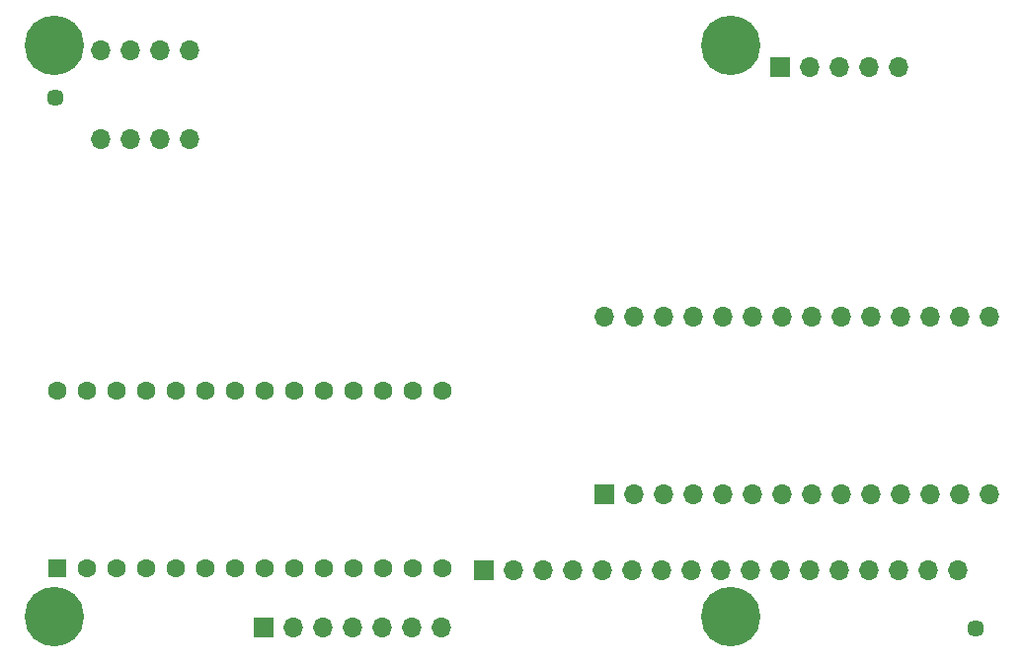
<source format=gbr>
%TF.GenerationSoftware,KiCad,Pcbnew,9.0.0*%
%TF.CreationDate,2025-03-24T16:34:57+00:00*%
%TF.ProjectId,SimplifiedInstallModule,53696d70-6c69-4666-9965-64496e737461,01*%
%TF.SameCoordinates,Original*%
%TF.FileFunction,Soldermask,Bot*%
%TF.FilePolarity,Negative*%
%FSLAX46Y46*%
G04 Gerber Fmt 4.6, Leading zero omitted, Abs format (unit mm)*
G04 Created by KiCad (PCBNEW 9.0.0) date 2025-03-24 16:34:57*
%MOMM*%
%LPD*%
G01*
G04 APERTURE LIST*
G04 Aperture macros list*
%AMRoundRect*
0 Rectangle with rounded corners*
0 $1 Rounding radius*
0 $2 $3 $4 $5 $6 $7 $8 $9 X,Y pos of 4 corners*
0 Add a 4 corners polygon primitive as box body*
4,1,4,$2,$3,$4,$5,$6,$7,$8,$9,$2,$3,0*
0 Add four circle primitives for the rounded corners*
1,1,$1+$1,$2,$3*
1,1,$1+$1,$4,$5*
1,1,$1+$1,$6,$7*
1,1,$1+$1,$8,$9*
0 Add four rect primitives between the rounded corners*
20,1,$1+$1,$2,$3,$4,$5,0*
20,1,$1+$1,$4,$5,$6,$7,0*
20,1,$1+$1,$6,$7,$8,$9,0*
20,1,$1+$1,$8,$9,$2,$3,0*%
G04 Aperture macros list end*
%ADD10RoundRect,0.250000X0.550000X-0.550000X0.550000X0.550000X-0.550000X0.550000X-0.550000X-0.550000X0*%
%ADD11C,1.600000*%
%ADD12C,1.448000*%
%ADD13C,5.100000*%
%ADD14R,1.700000X1.700000*%
%ADD15O,1.700000X1.700000*%
G04 APERTURE END LIST*
D10*
X101518861Y-113939621D03*
D11*
X104058861Y-113939621D03*
X106598861Y-113939621D03*
X109138861Y-113939621D03*
X111678861Y-113939621D03*
X114218861Y-113939621D03*
X116758861Y-113939621D03*
X119298861Y-113939621D03*
X121838861Y-113939621D03*
X124378861Y-113939621D03*
X126918861Y-113939621D03*
X129458861Y-113939621D03*
X131998861Y-113939621D03*
X134538861Y-113939621D03*
X134538861Y-98699621D03*
X131998861Y-98699621D03*
X129458861Y-98699621D03*
X126918861Y-98699621D03*
X124378861Y-98699621D03*
X121838861Y-98699621D03*
X119298861Y-98699621D03*
X116758861Y-98699621D03*
X114218861Y-98699621D03*
X111678861Y-98699621D03*
X109138861Y-98699621D03*
X106598861Y-98699621D03*
X104058861Y-98699621D03*
X101518861Y-98699621D03*
D12*
X101391861Y-73561625D03*
D13*
X101290900Y-118059600D03*
X159290857Y-69059621D03*
D12*
X180290900Y-119059621D03*
D13*
X101290790Y-69059560D03*
X159290857Y-118059621D03*
D14*
X119290857Y-119019621D03*
D15*
X121830857Y-119019621D03*
X124370857Y-119019621D03*
X126910857Y-119019621D03*
X129450857Y-119019621D03*
X131990857Y-119019621D03*
X134530857Y-119019621D03*
D14*
X148500857Y-107589621D03*
D15*
X151040857Y-107589621D03*
X153580857Y-107589621D03*
X156120857Y-107589621D03*
X158660857Y-107589621D03*
X161200857Y-107589621D03*
X163740857Y-107589621D03*
X166280857Y-107589621D03*
X168820857Y-107589621D03*
X171360857Y-107589621D03*
X173900857Y-107589621D03*
X176440857Y-107589621D03*
X178980857Y-107589621D03*
X181520857Y-107589621D03*
X112940857Y-69489621D03*
X110400857Y-69489621D03*
X107860857Y-69489621D03*
X105320857Y-69489621D03*
D14*
X138150857Y-114059621D03*
D15*
X140690857Y-114059621D03*
X143230857Y-114059621D03*
X145770857Y-114059621D03*
X148310857Y-114059621D03*
X150850857Y-114059621D03*
X153390857Y-114059621D03*
X155930857Y-114059621D03*
X158470857Y-114059621D03*
X161010857Y-114059621D03*
X163550857Y-114059621D03*
X166090857Y-114059621D03*
X168630857Y-114059621D03*
X171170857Y-114059621D03*
X173710857Y-114059621D03*
X176250857Y-114059621D03*
X178790857Y-114059621D03*
X105320857Y-77109621D03*
X107860857Y-77109621D03*
X110400857Y-77109621D03*
X112940857Y-77109621D03*
X181520857Y-92349621D03*
X178980857Y-92349621D03*
X176440857Y-92349621D03*
X173900857Y-92349621D03*
X171360857Y-92349621D03*
X168820857Y-92349621D03*
X166280857Y-92349621D03*
X163740857Y-92349621D03*
X161200857Y-92349621D03*
X158660857Y-92349621D03*
X156120857Y-92349621D03*
X153580857Y-92349621D03*
X151040857Y-92349621D03*
X148500857Y-92349621D03*
D14*
X163550857Y-70879621D03*
D15*
X166090857Y-70879621D03*
X168630857Y-70879621D03*
X171170857Y-70879621D03*
X173710857Y-70879621D03*
M02*

</source>
